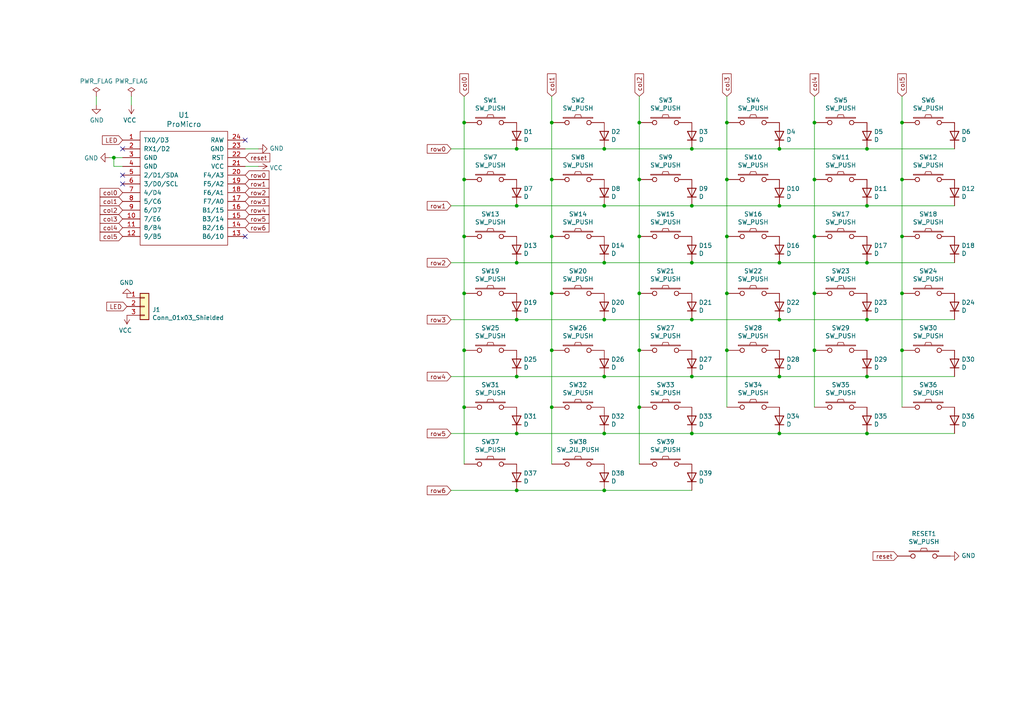
<source format=kicad_sch>
(kicad_sch (version 20230121) (generator eeschema)
  (paper "A4")
  (title_block (title "Reviung39s") (date "2019-09-11") (rev "1.1"))
  (lib_symbols
    (symbol "Connector_Generic:Conn_01x03" (pin_names (offset 1.016) hide)
      (property "Reference" "J" (at 0 5.08 0))
      (property "Value" "Conn_01x03" (at 0 -5.08 0))
      (symbol "Conn_01x03_1_1"
        (rectangle (start -1.27 -2.413) (end 0 -2.667) (stroke (width 0.1524)))
        (rectangle (start -1.27 0.127) (end 0 -0.127) (stroke (width 0.1524)))
        (rectangle (start -1.27 2.667) (end 0 2.413) (stroke (width 0.1524)))
        (rectangle (start -1.27 3.81) (end 1.27 -3.81) (stroke (width 0.254)) (fill (type background)))
        (pin passive line (at -5.08 2.54 0) (length 3.81) (name "Pin_1") (number "1"))
        (pin passive line (at -5.08 0 0) (length 3.81) (name "Pin_2") (number "2"))
        (pin passive line (at -5.08 -2.54 0) (length 3.81) (name "Pin_3") (number "3"))
      )
    )
    (symbol "Device:D" (pin_numbers hide) (pin_names (offset 1.016) hide)
      (property "Reference" "D" (at 0 2.54 0))
      (property "Value" "D" (at 0 -2.54 0))
      (symbol "D_0_1"
        (polyline (pts (xy -1.27 1.27) (xy -1.27 -1.27)) (stroke (width 0.254)))
        (polyline (pts (xy 1.27 0) (xy -1.27 0)))
        (polyline (pts (xy 1.27 1.27) (xy 1.27 -1.27) (xy -1.27 0) (xy 1.27 1.27)) (stroke (width 0.254)))
      )
      (symbol "D_1_1"
        (pin passive line (at -3.81 0 0) (length 2.54) (name "K") (number "1"))
        (pin passive line (at 3.81 0 180) (length 2.54) (name "A") (number "2"))
      )
    )
    (symbol "power:GND" (power) (pin_names (offset 0))
      (property "Value" "GND" (at 0 -3.81 0))
      (symbol "GND_0_1"
        (polyline (pts (xy 0 0) (xy 0 -1.27) (xy 1.27 -1.27) (xy 0 -2.54) (xy -1.27 -1.27) (xy 0 -1.27)))
      )
      (symbol "GND_1_1"
        (pin power_in line (at 0 0 270) (length 0) hide (name "GND") (number "1"))
      )
    )
    (symbol "power:PWR_FLAG" (power) (pin_numbers hide) (pin_names (offset 0) hide)
      (property "Value" "PWR_FLAG" (at 0 3.81 0))
      (symbol "PWR_FLAG_0_0"
        (pin power_out line (at 0 0 90) (length 0) (name "pwr") (number "1"))
      )
      (symbol "PWR_FLAG_0_1"
        (polyline (pts (xy 0 0) (xy 0 1.27) (xy -1.016 1.905) (xy 0 2.54) (xy 1.016 1.905) (xy 0 1.27)))
      )
    )
    (symbol "power:VCC" (power) (pin_names (offset 0))
      (property "Value" "VCC" (at 0 3.81 0))
      (symbol "VCC_0_1"
        (polyline (pts (xy -0.762 1.27) (xy 0 2.54)))
        (polyline (pts (xy 0 0) (xy 0 2.54)))
        (polyline (pts (xy 0 2.54) (xy 0.762 1.27)))
      )
      (symbol "VCC_1_1"
        (pin power_in line (at 0 0 90) (length 0) hide (name "VCC") (number "1"))
      )
    )
    (symbol "reviung39s-rescue:ProMicro-_reviung-kbd" (pin_names (offset 1.016))
      (property "Reference" "U" (at 0 24.13 0))
      (property "Value" "_reviung-kbd_ProMicro" (at 0 -13.97 0))
      (symbol "ProMicro-_reviung-kbd_0_1"
        (rectangle (start -12.7 21.59) (end 12.7 -11.43))
      )
      (symbol "ProMicro-_reviung-kbd_1_1"
        (pin bidirectional line (at -17.78 19.05 0) (length 5.08) (name "TX0/D3") (number "1"))
        (pin bidirectional line (at -17.78 -3.81 0) (length 5.08) (name "7/E6") (number "10"))
        (pin bidirectional line (at -17.78 -6.35 0) (length 5.08) (name "8/B4") (number "11"))
        (pin bidirectional line (at -17.78 -8.89 0) (length 5.08) (name "9/B5") (number "12"))
        (pin bidirectional line (at 17.78 -8.89 180) (length 5.08) (name "B6/10") (number "13"))
        (pin bidirectional line (at 17.78 -6.35 180) (length 5.08) (name "B2/16") (number "14"))
        (pin bidirectional line (at 17.78 -3.81 180) (length 5.08) (name "B3/14") (number "15"))
        (pin bidirectional line (at 17.78 -1.27 180) (length 5.08) (name "B1/15") (number "16"))
        (pin bidirectional line (at 17.78 1.27 180) (length 5.08) (name "F7/A0") (number "17"))
        (pin bidirectional line (at 17.78 3.81 180) (length 5.08) (name "F6/A1") (number "18"))
        (pin bidirectional line (at 17.78 6.35 180) (length 5.08) (name "F5/A2") (number "19"))
        (pin bidirectional line (at -17.78 16.51 0) (length 5.08) (name "RX1/D2") (number "2"))
        (pin bidirectional line (at 17.78 8.89 180) (length 5.08) (name "F4/A3") (number "20"))
        (pin power_in line (at 17.78 11.43 180) (length 5.08) (name "VCC") (number "21"))
        (pin input line (at 17.78 13.97 180) (length 5.08) (name "RST") (number "22"))
        (pin power_in line (at 17.78 16.51 180) (length 5.08) (name "GND") (number "23"))
        (pin power_out line (at 17.78 19.05 180) (length 5.08) (name "RAW") (number "24"))
        (pin power_in line (at -17.78 13.97 0) (length 5.08) (name "GND") (number "3"))
        (pin power_in line (at -17.78 11.43 0) (length 5.08) (name "GND") (number "4"))
        (pin bidirectional line (at -17.78 8.89 0) (length 5.08) (name "2/D1/SDA") (number "5"))
        (pin bidirectional line (at -17.78 6.35 0) (length 5.08) (name "3/D0/SCL") (number "6"))
        (pin bidirectional line (at -17.78 3.81 0) (length 5.08) (name "4/D4") (number "7"))
        (pin bidirectional line (at -17.78 1.27 0) (length 5.08) (name "5/C6") (number "8"))
        (pin bidirectional line (at -17.78 -1.27 0) (length 5.08) (name "6/D7") (number "9"))
      )
    )
    (symbol "reviung39s-rescue:SW_PUSH-_reviung-kbd" (pin_numbers hide) (pin_names (offset 1.016) hide)
      (property "Reference" "SW" (at 3.81 2.794 0))
      (property "Value" "_reviung-kbd_SW_PUSH" (at 0 -2.032 0))
      (symbol "SW_PUSH-_reviung-kbd_0_1"
        (rectangle (start -4.318 1.27) (end 4.318 1.524))
        (polyline (pts (xy -1.016 1.524) (xy -0.762 2.286) (xy 0.762 2.286) (xy 1.016 1.524)))
        (pin passive inverted (at -7.62 0 0) (length 5.08) (name "1") (number "1"))
        (pin passive inverted (at 7.62 0 180) (length 5.08) (name "2") (number "2"))
      )
    )
  )
  (junction (at 149.86 125.73))
  (junction (at 200.66 125.73))
  (junction (at 210.82 35.56))
  (junction (at 200.66 43.18))
  (junction (at 160.02 101.6))
  (junction (at 134.62 68.58))
  (junction (at 261.62 101.6))
  (junction (at 200.66 59.69))
  (junction (at 261.62 35.56))
  (junction (at 236.22 85.09))
  (junction (at 149.86 76.2))
  (junction (at 236.22 101.6))
  (junction (at 251.46 125.73))
  (junction (at 149.86 92.71))
  (junction (at 236.22 35.56))
  (junction (at 200.66 92.71))
  (junction (at 175.26 43.18))
  (junction (at 160.02 35.56))
  (junction (at 251.46 109.22))
  (junction (at 210.82 85.09))
  (junction (at 33.02 45.72))
  (junction (at 251.46 43.18))
  (junction (at 160.02 68.58))
  (junction (at 251.46 76.2))
  (junction (at 185.42 68.58))
  (junction (at 149.86 43.18))
  (junction (at 185.42 52.07))
  (junction (at 210.82 68.58))
  (junction (at 149.86 59.69))
  (junction (at 160.02 85.09))
  (junction (at 226.06 92.71))
  (junction (at 261.62 52.07))
  (junction (at 200.66 109.22))
  (junction (at 185.42 101.6))
  (junction (at 236.22 68.58))
  (junction (at 261.62 85.09))
  (junction (at 226.06 109.22))
  (junction (at 175.26 125.73))
  (junction (at 226.06 76.2))
  (junction (at 210.82 101.6))
  (junction (at 175.26 76.2))
  (junction (at 160.02 52.07))
  (junction (at 226.06 43.18))
  (junction (at 134.62 85.09))
  (junction (at 134.62 35.56))
  (junction (at 149.86 109.22))
  (junction (at 261.62 68.58))
  (junction (at 251.46 59.69))
  (junction (at 236.22 52.07))
  (junction (at 210.82 52.07))
  (junction (at 175.26 59.69))
  (junction (at 134.62 101.6))
  (junction (at 226.06 125.73))
  (junction (at 175.26 109.22))
  (junction (at 160.02 118.11))
  (junction (at 251.46 92.71))
  (junction (at 134.62 52.07))
  (junction (at 185.42 118.11))
  (junction (at 175.26 92.71))
  (junction (at 175.26 142.24))
  (junction (at 226.06 59.69))
  (junction (at 134.62 118.11))
  (junction (at 149.86 142.24))
  (junction (at 185.42 35.56))
  (junction (at 185.42 85.09))
  (junction (at 200.66 76.2))
  (no_connect (at 71.12 40.64))
  (no_connect (at 35.56 53.34))
  (no_connect (at 71.12 68.58))
  (no_connect (at 35.56 50.8))
  (no_connect (at 35.56 43.18))
  (wire (pts (xy 276.86 92.71) (xy 251.46 92.71)))
  (wire (pts (xy 175.26 59.69) (xy 200.66 59.69)))
  (wire (pts (xy 175.26 92.71) (xy 149.86 92.71)))
  (wire (pts (xy 200.66 43.18) (xy 175.26 43.18)))
  (wire (pts (xy 160.02 68.58) (xy 160.02 85.09)))
  (wire (pts (xy 261.62 85.09) (xy 261.62 101.6)))
  (wire (pts (xy 160.02 118.11) (xy 160.02 134.62)))
  (wire (pts (xy 134.62 27.94) (xy 134.62 35.56)))
  (wire (pts (xy 149.86 43.18) (xy 130.81 43.18)))
  (wire (pts (xy 175.26 125.73) (xy 149.86 125.73)))
  (wire (pts (xy 35.56 48.26) (xy 33.02 48.26)))
  (wire (pts (xy 134.62 35.56) (xy 134.62 52.07)))
  (wire (pts (xy 185.42 52.07) (xy 185.42 68.58)))
  (wire (pts (xy 185.42 68.58) (xy 185.42 85.09)))
  (wire (pts (xy 200.66 76.2) (xy 175.26 76.2)))
  (wire (pts (xy 134.62 101.6) (xy 134.62 118.11)))
  (wire (pts (xy 134.62 85.09) (xy 134.62 101.6)))
  (wire (pts (xy 210.82 52.07) (xy 210.82 68.58)))
  (wire (pts (xy 185.42 35.56) (xy 185.42 52.07)))
  (wire (pts (xy 276.86 43.18) (xy 251.46 43.18)))
  (wire (pts (xy 210.82 35.56) (xy 210.82 52.07)))
  (wire (pts (xy 236.22 35.56) (xy 236.22 52.07)))
  (wire (pts (xy 160.02 35.56) (xy 160.02 52.07)))
  (wire (pts (xy 185.42 27.94) (xy 185.42 35.56)))
  (wire (pts (xy 160.02 27.94) (xy 160.02 35.56)))
  (wire (pts (xy 160.02 85.09) (xy 160.02 101.6)))
  (wire (pts (xy 226.06 59.69) (xy 251.46 59.69)))
  (wire (pts (xy 38.1 27.94) (xy 38.1 30.48)))
  (wire (pts (xy 160.02 101.6) (xy 160.02 118.11)))
  (wire (pts (xy 33.02 45.72) (xy 31.75 45.72)))
  (wire (pts (xy 236.22 52.07) (xy 236.22 68.58)))
  (wire (pts (xy 226.06 92.71) (xy 200.66 92.71)))
  (wire (pts (xy 134.62 118.11) (xy 134.62 134.62)))
  (wire (pts (xy 134.62 52.07) (xy 134.62 68.58)))
  (wire (pts (xy 149.86 59.69) (xy 175.26 59.69)))
  (wire (pts (xy 251.46 92.71) (xy 226.06 92.71)))
  (wire (pts (xy 175.26 76.2) (xy 149.86 76.2)))
  (wire (pts (xy 210.82 101.6) (xy 210.82 118.11)))
  (wire (pts (xy 251.46 76.2) (xy 226.06 76.2)))
  (wire (pts (xy 200.66 59.69) (xy 226.06 59.69)))
  (wire (pts (xy 175.26 109.22) (xy 200.66 109.22)))
  (wire (pts (xy 149.86 109.22) (xy 175.26 109.22)))
  (wire (pts (xy 261.62 68.58) (xy 261.62 85.09)))
  (wire (pts (xy 226.06 43.18) (xy 200.66 43.18)))
  (wire (pts (xy 226.06 76.2) (xy 200.66 76.2)))
  (wire (pts (xy 149.86 125.73) (xy 130.81 125.73)))
  (wire (pts (xy 134.62 68.58) (xy 134.62 85.09)))
  (wire (pts (xy 200.66 125.73) (xy 175.26 125.73)))
  (wire (pts (xy 261.62 52.07) (xy 261.62 68.58)))
  (wire (pts (xy 149.86 142.24) (xy 175.26 142.24)))
  (wire (pts (xy 185.42 118.11) (xy 185.42 134.62)))
  (wire (pts (xy 149.86 76.2) (xy 130.81 76.2)))
  (wire (pts (xy 175.26 43.18) (xy 149.86 43.18)))
  (wire (pts (xy 35.56 45.72) (xy 33.02 45.72)))
  (wire (pts (xy 27.94 27.94) (xy 27.94 30.48)))
  (wire (pts (xy 261.62 35.56) (xy 261.62 52.07)))
  (wire (pts (xy 236.22 101.6) (xy 236.22 118.11)))
  (wire (pts (xy 33.02 48.26) (xy 33.02 45.72)))
  (wire (pts (xy 71.12 48.26) (xy 74.93 48.26)))
  (wire (pts (xy 130.81 59.69) (xy 149.86 59.69)))
  (wire (pts (xy 261.62 101.6) (xy 261.62 118.11)))
  (wire (pts (xy 276.86 125.73) (xy 251.46 125.73)))
  (wire (pts (xy 185.42 101.6) (xy 185.42 118.11)))
  (wire (pts (xy 251.46 59.69) (xy 276.86 59.69)))
  (wire (pts (xy 251.46 125.73) (xy 226.06 125.73)))
  (wire (pts (xy 160.02 52.07) (xy 160.02 68.58)))
  (wire (pts (xy 200.66 92.71) (xy 175.26 92.71)))
  (wire (pts (xy 251.46 43.18) (xy 226.06 43.18)))
  (wire (pts (xy 210.82 68.58) (xy 210.82 85.09)))
  (wire (pts (xy 175.26 142.24) (xy 200.66 142.24)))
  (wire (pts (xy 130.81 142.24) (xy 149.86 142.24)))
  (wire (pts (xy 226.06 125.73) (xy 200.66 125.73)))
  (wire (pts (xy 185.42 85.09) (xy 185.42 101.6)))
  (wire (pts (xy 71.12 43.18) (xy 74.93 43.18)))
  (wire (pts (xy 276.86 76.2) (xy 251.46 76.2)))
  (wire (pts (xy 200.66 109.22) (xy 226.06 109.22)))
  (wire (pts (xy 149.86 92.71) (xy 130.81 92.71)))
  (wire (pts (xy 236.22 27.94) (xy 236.22 35.56)))
  (wire (pts (xy 130.81 109.22) (xy 149.86 109.22)))
  (wire (pts (xy 210.82 85.09) (xy 210.82 101.6)))
  (wire (pts (xy 251.46 109.22) (xy 276.86 109.22)))
  (wire (pts (xy 236.22 85.09) (xy 236.22 101.6)))
  (wire (pts (xy 236.22 68.58) (xy 236.22 85.09)))
  (wire (pts (xy 261.62 27.94) (xy 261.62 35.56)))
  (wire (pts (xy 226.06 109.22) (xy 251.46 109.22)))
  (wire (pts (xy 210.82 27.94) (xy 210.82 35.56)))
  (global_label "col0" (shape input) (at 134.62 27.94 90) (property "Intersheetrefs" "${INTERSHEET_REFS}" (effects hide)))
  (global_label "reset" (shape input) (at 71.12 45.72 0) (property "Intersheetrefs" "${INTERSHEET_REFS}" (effects hide)))
  (global_label "row4" (shape input) (at 71.12 60.96 0) (property "Intersheetrefs" "${INTERSHEET_REFS}" (effects hide)))
  (global_label "row2" (shape input) (at 71.12 55.88 0) (property "Intersheetrefs" "${INTERSHEET_REFS}" (effects hide)))
  (global_label "col4" (shape input) (at 236.22 27.94 90) (property "Intersheetrefs" "${INTERSHEET_REFS}" (effects hide)))
  (global_label "row3" (shape input) (at 130.81 92.71 180) (property "Intersheetrefs" "${INTERSHEET_REFS}" (effects hide)))
  (global_label "row6" (shape input) (at 130.81 142.24 180) (property "Intersheetrefs" "${INTERSHEET_REFS}" (effects hide)))
  (global_label "col2" (shape input) (at 185.42 27.94 90) (property "Intersheetrefs" "${INTERSHEET_REFS}" (effects hide)))
  (global_label "col3" (shape input) (at 210.82 27.94 90) (property "Intersheetrefs" "${INTERSHEET_REFS}" (effects hide)))
  (global_label "col3" (shape input) (at 35.56 63.5 180) (property "Intersheetrefs" "${INTERSHEET_REFS}" (effects hide)))
  (global_label "LED" (shape input) (at 36.83 88.9 180) (property "Intersheetrefs" "${INTERSHEET_REFS}" (effects hide)))
  (global_label "row5" (shape input) (at 71.12 63.5 0) (property "Intersheetrefs" "${INTERSHEET_REFS}" (effects hide)))
  (global_label "col5" (shape input) (at 35.56 68.58 180) (property "Intersheetrefs" "${INTERSHEET_REFS}" (effects hide)))
  (global_label "reset" (shape input) (at 260.35 161.29 180) (property "Intersheetrefs" "${INTERSHEET_REFS}" (effects hide)))
  (global_label "row2" (shape input) (at 130.81 76.2 180) (property "Intersheetrefs" "${INTERSHEET_REFS}" (effects hide)))
  (global_label "LED" (shape input) (at 35.56 40.64 180) (property "Intersheetrefs" "${INTERSHEET_REFS}" (effects hide)))
  (global_label "row0" (shape input) (at 130.81 43.18 180) (property "Intersheetrefs" "${INTERSHEET_REFS}" (effects hide)))
  (global_label "col5" (shape input) (at 261.62 27.94 90) (property "Intersheetrefs" "${INTERSHEET_REFS}" (effects hide)))
  (global_label "col4" (shape input) (at 35.56 66.04 180) (property "Intersheetrefs" "${INTERSHEET_REFS}" (effects hide)))
  (global_label "row0" (shape input) (at 71.12 50.8 0) (property "Intersheetrefs" "${INTERSHEET_REFS}" (effects hide)))
  (global_label "col2" (shape input) (at 35.56 60.96 180) (property "Intersheetrefs" "${INTERSHEET_REFS}" (effects hide)))
  (global_label "row5" (shape input) (at 130.81 125.73 180) (property "Intersheetrefs" "${INTERSHEET_REFS}" (effects hide)))
  (global_label "col0" (shape input) (at 35.56 55.88 180) (property "Intersheetrefs" "${INTERSHEET_REFS}" (effects hide)))
  (global_label "col1" (shape input) (at 160.02 27.94 90) (property "Intersheetrefs" "${INTERSHEET_REFS}" (effects hide)))
  (global_label "col1" (shape input) (at 35.56 58.42 180) (property "Intersheetrefs" "${INTERSHEET_REFS}" (effects hide)))
  (global_label "row1" (shape input) (at 130.81 59.69 180) (property "Intersheetrefs" "${INTERSHEET_REFS}" (effects hide)))
  (global_label "row3" (shape input) (at 71.12 58.42 0) (property "Intersheetrefs" "${INTERSHEET_REFS}" (effects hide)))
  (global_label "row4" (shape input) (at 130.81 109.22 180) (property "Intersheetrefs" "${INTERSHEET_REFS}" (effects hide)))
  (global_label "row1" (shape input) (at 71.12 53.34 0) (property "Intersheetrefs" "${INTERSHEET_REFS}" (effects hide)))
  (global_label "row6" (shape input) (at 71.12 66.04 0) (property "Intersheetrefs" "${INTERSHEET_REFS}" (effects hide)))
  (symbol (lib_id "reviung39s-rescue:ProMicro-_reviung-kbd") (at 53.34 59.69 0) (unit 1)
    (property "Reference" "U1" (at 53.34 33.3502 0) (effects (font (size 1.524 1.524))))
    (property "Value" "ProMicro" (at 53.34 36.0426 0) (effects (font (size 1.524 1.524))))
    (property "Footprint" "_reviung-kbd:ProMicro" (effects hide))
  )
  (symbol (lib_id "power:VCC") (at 74.93 48.26 270) (unit 1)
    (property "Reference" "#PWR05" (effects hide))
    (property "Value" "VCC" (at 78.1812 48.6918 90) (effects (justify left)))
  )
  (symbol (lib_id "power:GND") (at 74.93 43.18 90) (unit 1)
    (property "Reference" "#PWR03" (effects hide))
    (property "Value" "GND" (at 78.1812 43.053 90) (effects (justify right)))
  )
  (symbol (lib_id "power:GND") (at 31.75 45.72 270) (unit 1)
    (property "Reference" "#PWR04" (effects hide))
    (property "Value" "GND" (at 28.4988 45.847 90) (effects (justify right)))
  )
  (symbol (lib_id "power:PWR_FLAG") (at 27.94 27.94 0) (unit 1)
    (property "Reference" "#FLG01" (effects hide))
    (property "Value" "PWR_FLAG" (at 27.94 23.5458 0))
  )
  (symbol (lib_id "power:GND") (at 27.94 30.48 0) (unit 1)
    (property "Reference" "#PWR01" (effects hide))
    (property "Value" "GND" (at 28.067 34.8742 0))
  )
  (symbol (lib_id "power:PWR_FLAG") (at 38.1 27.94 0) (unit 1)
    (property "Reference" "#FLG02" (effects hide))
    (property "Value" "PWR_FLAG" (at 38.1 23.5458 0))
  )
  (symbol (lib_id "power:VCC") (at 38.1 30.48 180) (unit 1)
    (property "Reference" "#PWR02" (effects hide))
    (property "Value" "VCC" (at 37.6428 34.8742 0))
  )
  (symbol (lib_id "reviung39s-rescue:SW_PUSH-_reviung-kbd") (at 142.24 35.56 0) (unit 1)
    (property "Reference" "SW1" (at 142.24 29.083 0))
    (property "Value" "SW_PUSH" (at 142.24 31.3944 0))
    (property "Footprint" "_reviung-kbd:MXOnly-1U-NoLED" (effects hide))
  )
  (symbol (lib_id "Device:D") (at 149.86 39.37 90) (unit 1)
    (property "Reference" "D1" (at 151.8666 38.2016 90) (effects (justify right)))
    (property "Value" "D" (at 151.8666 40.513 90) (effects (justify right)))
    (property "Footprint" "_reviung-kbd:D3_TH" (effects hide))
  )
  (symbol (lib_id "reviung39s-rescue:SW_PUSH-_reviung-kbd") (at 167.64 35.56 0) (unit 1)
    (property "Reference" "SW2" (at 167.64 29.083 0))
    (property "Value" "SW_PUSH" (at 167.64 31.3944 0))
    (property "Footprint" "_reviung-kbd:MXOnly-1U-NoLED" (effects hide))
  )
  (symbol (lib_id "Device:D") (at 175.26 39.37 90) (unit 1)
    (property "Reference" "D2" (at 177.2666 38.2016 90) (effects (justify right)))
    (property "Value" "D" (at 177.2666 40.513 90) (effects (justify right)))
    (property "Footprint" "_reviung-kbd:D3_TH" (effects hide))
  )
  (symbol (lib_id "reviung39s-rescue:SW_PUSH-_reviung-kbd") (at 193.04 35.56 0) (unit 1)
    (property "Reference" "SW3" (at 193.04 29.083 0))
    (property "Value" "SW_PUSH" (at 193.04 31.3944 0))
    (property "Footprint" "_reviung-kbd:MXOnly-1U-NoLED" (effects hide))
  )
  (symbol (lib_id "Device:D") (at 200.66 39.37 90) (unit 1)
    (property "Reference" "D3" (at 202.6666 38.2016 90) (effects (justify right)))
    (property "Value" "D" (at 202.6666 40.513 90) (effects (justify right)))
    (property "Footprint" "_reviung-kbd:D3_TH" (effects hide))
  )
  (symbol (lib_id "reviung39s-rescue:SW_PUSH-_reviung-kbd") (at 218.44 35.56 0) (unit 1)
    (property "Reference" "SW4" (at 218.44 29.083 0))
    (property "Value" "SW_PUSH" (at 218.44 31.3944 0))
    (property "Footprint" "_reviung-kbd:MXOnly-1U-NoLED" (effects hide))
  )
  (symbol (lib_id "Device:D") (at 226.06 39.37 90) (unit 1)
    (property "Reference" "D4" (at 228.0666 38.2016 90) (effects (justify right)))
    (property "Value" "D" (at 228.0666 40.513 90) (effects (justify right)))
    (property "Footprint" "_reviung-kbd:D3_TH" (effects hide))
  )
  (symbol (lib_id "reviung39s-rescue:SW_PUSH-_reviung-kbd") (at 243.84 35.56 0) (unit 1)
    (property "Reference" "SW5" (at 243.84 29.083 0))
    (property "Value" "SW_PUSH" (at 243.84 31.3944 0))
    (property "Footprint" "_reviung-kbd:MXOnly-1U-NoLED" (effects hide))
  )
  (symbol (lib_id "Device:D") (at 251.46 39.37 90) (unit 1)
    (property "Reference" "D5" (at 253.4666 38.2016 90) (effects (justify right)))
    (property "Value" "D" (at 253.4666 40.513 90) (effects (justify right)))
    (property "Footprint" "_reviung-kbd:D3_TH" (effects hide))
  )
  (symbol (lib_id "reviung39s-rescue:SW_PUSH-_reviung-kbd") (at 269.24 35.56 0) (unit 1)
    (property "Reference" "SW6" (at 269.24 29.083 0))
    (property "Value" "SW_PUSH" (at 269.24 31.3944 0))
    (property "Footprint" "_reviung-kbd:MXOnly-1U-NoLED" (effects hide))
  )
  (symbol (lib_id "Device:D") (at 276.86 39.37 90) (unit 1)
    (property "Reference" "D6" (at 278.8666 38.2016 90) (effects (justify right)))
    (property "Value" "D" (at 278.8666 40.513 90) (effects (justify right)))
    (property "Footprint" "_reviung-kbd:D3_TH" (effects hide))
  )
  (symbol (lib_id "reviung39s-rescue:SW_PUSH-_reviung-kbd") (at 142.24 52.07 0) (unit 1)
    (property "Reference" "SW7" (at 142.24 45.593 0))
    (property "Value" "SW_PUSH" (at 142.24 47.9044 0))
    (property "Footprint" "_reviung-kbd:MXOnly-1U-NoLED" (effects hide))
  )
  (symbol (lib_id "Device:D") (at 149.86 55.88 90) (unit 1)
    (property "Reference" "D7" (at 151.8666 54.7116 90) (effects (justify right)))
    (property "Value" "D" (at 151.8666 57.023 90) (effects (justify right)))
    (property "Footprint" "_reviung-kbd:D3_TH" (effects hide))
  )
  (symbol (lib_id "reviung39s-rescue:SW_PUSH-_reviung-kbd") (at 167.64 52.07 0) (unit 1)
    (property "Reference" "SW8" (at 167.64 45.593 0))
    (property "Value" "SW_PUSH" (at 167.64 47.9044 0))
    (property "Footprint" "_reviung-kbd:MXOnly-1U-NoLED" (effects hide))
  )
  (symbol (lib_id "Device:D") (at 175.26 55.88 90) (unit 1)
    (property "Reference" "D8" (at 177.2666 54.7116 90) (effects (justify right)))
    (property "Value" "D" (at 177.2666 57.023 90) (effects (justify right)))
    (property "Footprint" "_reviung-kbd:D3_TH" (effects hide))
  )
  (symbol (lib_id "reviung39s-rescue:SW_PUSH-_reviung-kbd") (at 193.04 52.07 0) (unit 1)
    (property "Reference" "SW9" (at 193.04 45.593 0))
    (property "Value" "SW_PUSH" (at 193.04 47.9044 0))
    (property "Footprint" "_reviung-kbd:MXOnly-1U-NoLED" (effects hide))
  )
  (symbol (lib_id "Device:D") (at 200.66 55.88 90) (unit 1)
    (property "Reference" "D9" (at 202.6666 54.7116 90) (effects (justify right)))
    (property "Value" "D" (at 202.6666 57.023 90) (effects (justify right)))
    (property "Footprint" "_reviung-kbd:D3_TH" (effects hide))
  )
  (symbol (lib_id "reviung39s-rescue:SW_PUSH-_reviung-kbd") (at 218.44 52.07 0) (unit 1)
    (property "Reference" "SW10" (at 218.44 45.593 0))
    (property "Value" "SW_PUSH" (at 218.44 47.9044 0))
    (property "Footprint" "_reviung-kbd:MXOnly-1U-NoLED" (effects hide))
  )
  (symbol (lib_id "Device:D") (at 226.06 55.88 90) (unit 1)
    (property "Reference" "D10" (at 228.0666 54.7116 90) (effects (justify right)))
    (property "Value" "D" (at 228.0666 57.023 90) (effects (justify right)))
    (property "Footprint" "_reviung-kbd:D3_TH" (effects hide))
  )
  (symbol (lib_id "reviung39s-rescue:SW_PUSH-_reviung-kbd") (at 243.84 52.07 0) (unit 1)
    (property "Reference" "SW11" (at 243.84 45.593 0))
    (property "Value" "SW_PUSH" (at 243.84 47.9044 0))
    (property "Footprint" "_reviung-kbd:MXOnly-1U-NoLED" (effects hide))
  )
  (symbol (lib_id "Device:D") (at 251.46 55.88 90) (unit 1)
    (property "Reference" "D11" (at 253.4666 54.7116 90) (effects (justify right)))
    (property "Value" "D" (at 253.4666 57.023 90) (effects (justify right)))
    (property "Footprint" "_reviung-kbd:D3_TH" (effects hide))
  )
  (symbol (lib_id "Device:D") (at 276.86 55.88 90) (unit 1)
    (property "Reference" "D12" (at 278.8666 54.7116 90) (effects (justify right)))
    (property "Value" "D" (at 278.8666 57.023 90) (effects (justify right)))
    (property "Footprint" "_reviung-kbd:D3_TH" (effects hide))
  )
  (symbol (lib_id "reviung39s-rescue:SW_PUSH-_reviung-kbd") (at 269.24 52.07 0) (unit 1)
    (property "Reference" "SW12" (at 269.24 45.593 0))
    (property "Value" "SW_PUSH" (at 269.24 47.9044 0))
    (property "Footprint" "_reviung-kbd:MXOnly-1U-NoLED" (effects hide))
  )
  (symbol (lib_id "reviung39s-rescue:SW_PUSH-_reviung-kbd") (at 142.24 68.58 0) (unit 1)
    (property "Reference" "SW13" (at 142.24 62.103 0))
    (property "Value" "SW_PUSH" (at 142.24 64.4144 0))
    (property "Footprint" "_reviung-kbd:MXOnly-1U-NoLED" (effects hide))
  )
  (symbol (lib_id "Device:D") (at 149.86 72.39 90) (unit 1)
    (property "Reference" "D13" (at 151.8666 71.2216 90) (effects (justify right)))
    (property "Value" "D" (at 151.8666 73.533 90) (effects (justify right)))
    (property "Footprint" "_reviung-kbd:D3_TH" (effects hide))
  )
  (symbol (lib_id "reviung39s-rescue:SW_PUSH-_reviung-kbd") (at 167.64 68.58 0) (unit 1)
    (property "Reference" "SW14" (at 167.64 62.103 0))
    (property "Value" "SW_PUSH" (at 167.64 64.4144 0))
    (property "Footprint" "_reviung-kbd:MXOnly-1U-NoLED" (effects hide))
  )
  (symbol (lib_id "Device:D") (at 175.26 72.39 90) (unit 1)
    (property "Reference" "D14" (at 177.2666 71.2216 90) (effects (justify right)))
    (property "Value" "D" (at 177.2666 73.533 90) (effects (justify right)))
    (property "Footprint" "_reviung-kbd:D3_TH" (effects hide))
  )
  (symbol (lib_id "reviung39s-rescue:SW_PUSH-_reviung-kbd") (at 193.04 68.58 0) (unit 1)
    (property "Reference" "SW15" (at 193.04 62.103 0))
    (property "Value" "SW_PUSH" (at 193.04 64.4144 0))
    (property "Footprint" "_reviung-kbd:MXOnly-1U-NoLED" (effects hide))
  )
  (symbol (lib_id "Device:D") (at 200.66 72.39 90) (unit 1)
    (property "Reference" "D15" (at 202.6666 71.2216 90) (effects (justify right)))
    (property "Value" "D" (at 202.6666 73.533 90) (effects (justify right)))
    (property "Footprint" "_reviung-kbd:D3_TH" (effects hide))
  )
  (symbol (lib_id "reviung39s-rescue:SW_PUSH-_reviung-kbd") (at 218.44 68.58 0) (unit 1)
    (property "Reference" "SW16" (at 218.44 62.103 0))
    (property "Value" "SW_PUSH" (at 218.44 64.4144 0))
    (property "Footprint" "_reviung-kbd:MXOnly-1U-NoLED" (effects hide))
  )
  (symbol (lib_id "Device:D") (at 226.06 72.39 90) (unit 1)
    (property "Reference" "D16" (at 228.0666 71.2216 90) (effects (justify right)))
    (property "Value" "D" (at 228.0666 73.533 90) (effects (justify right)))
    (property "Footprint" "_reviung-kbd:D3_TH" (effects hide))
  )
  (symbol (lib_id "reviung39s-rescue:SW_PUSH-_reviung-kbd") (at 243.84 68.58 0) (unit 1)
    (property "Reference" "SW17" (at 243.84 62.103 0))
    (property "Value" "SW_PUSH" (at 243.84 64.4144 0))
    (property "Footprint" "_reviung-kbd:MXOnly-1U-NoLED" (effects hide))
  )
  (symbol (lib_id "Device:D") (at 251.46 72.39 90) (unit 1)
    (property "Reference" "D17" (at 253.4666 71.2216 90) (effects (justify right)))
    (property "Value" "D" (at 253.4666 73.533 90) (effects (justify right)))
    (property "Footprint" "_reviung-kbd:D3_TH" (effects hide))
  )
  (symbol (lib_id "Device:D") (at 276.86 72.39 90) (unit 1)
    (property "Reference" "D18" (at 278.8666 71.2216 90) (effects (justify right)))
    (property "Value" "D" (at 278.8666 73.533 90) (effects (justify right)))
    (property "Footprint" "_reviung-kbd:D3_TH" (effects hide))
  )
  (symbol (lib_id "reviung39s-rescue:SW_PUSH-_reviung-kbd") (at 269.24 68.58 0) (unit 1)
    (property "Reference" "SW18" (at 269.24 62.103 0))
    (property "Value" "SW_PUSH" (at 269.24 64.4144 0))
    (property "Footprint" "_reviung-kbd:MXOnly-1U-NoLED" (effects hide))
  )
  (symbol (lib_id "reviung39s-rescue:SW_PUSH-_reviung-kbd") (at 142.24 85.09 0) (unit 1)
    (property "Reference" "SW19" (at 142.24 78.613 0))
    (property "Value" "SW_PUSH" (at 142.24 80.9244 0))
    (property "Footprint" "_reviung-kbd:MXOnly-1U-NoLED" (effects hide))
  )
  (symbol (lib_id "Device:D") (at 149.86 88.9 90) (unit 1)
    (property "Reference" "D19" (at 151.8666 87.7316 90) (effects (justify right)))
    (property "Value" "D" (at 151.8666 90.043 90) (effects (justify right)))
    (property "Footprint" "_reviung-kbd:D3_TH" (effects hide))
  )
  (symbol (lib_id "reviung39s-rescue:SW_PUSH-_reviung-kbd") (at 167.64 85.09 0) (unit 1)
    (property "Reference" "SW20" (at 167.64 78.613 0))
    (property "Value" "SW_PUSH" (at 167.64 80.9244 0))
    (property "Footprint" "_reviung-kbd:MXOnly-1U-NoLED" (effects hide))
  )
  (symbol (lib_id "Device:D") (at 175.26 88.9 90) (unit 1)
    (property "Reference" "D20" (at 177.2666 87.7316 90) (effects (justify right)))
    (property "Value" "D" (at 177.2666 90.043 90) (effects (justify right)))
    (property "Footprint" "_reviung-kbd:D3_TH" (effects hide))
  )
  (symbol (lib_id "reviung39s-rescue:SW_PUSH-_reviung-kbd") (at 193.04 85.09 0) (unit 1)
    (property "Reference" "SW21" (at 193.04 78.613 0))
    (property "Value" "SW_PUSH" (at 193.04 80.9244 0))
    (property "Footprint" "_reviung-kbd:MXOnly-1U-NoLED" (effects hide))
  )
  (symbol (lib_id "Device:D") (at 200.66 88.9 90) (unit 1)
    (property "Reference" "D21" (at 202.6666 87.7316 90) (effects (justify right)))
    (property "Value" "D" (at 202.6666 90.043 90) (effects (justify right)))
    (property "Footprint" "_reviung-kbd:D3_TH" (effects hide))
  )
  (symbol (lib_id "reviung39s-rescue:SW_PUSH-_reviung-kbd") (at 218.44 85.09 0) (unit 1)
    (property "Reference" "SW22" (at 218.44 78.613 0))
    (property "Value" "SW_PUSH" (at 218.44 80.9244 0))
    (property "Footprint" "_reviung-kbd:MXOnly-1U-NoLED" (effects hide))
  )
  (symbol (lib_id "Device:D") (at 226.06 88.9 90) (unit 1)
    (property "Reference" "D22" (at 228.0666 87.7316 90) (effects (justify right)))
    (property "Value" "D" (at 228.0666 90.043 90) (effects (justify right)))
    (property "Footprint" "_reviung-kbd:D3_TH" (effects hide))
  )
  (symbol (lib_id "reviung39s-rescue:SW_PUSH-_reviung-kbd") (at 243.84 85.09 0) (unit 1)
    (property "Reference" "SW23" (at 243.84 78.613 0))
    (property "Value" "SW_PUSH" (at 243.84 80.9244 0))
    (property "Footprint" "_reviung-kbd:MXOnly-1U-NoLED" (effects hide))
  )
  (symbol (lib_id "Device:D") (at 251.46 88.9 90) (unit 1)
    (property "Reference" "D23" (at 253.4666 87.7316 90) (effects (justify right)))
    (property "Value" "D" (at 253.4666 90.043 90) (effects (justify right)))
    (property "Footprint" "_reviung-kbd:D3_TH" (effects hide))
  )
  (symbol (lib_id "Device:D") (at 276.86 88.9 90) (unit 1)
    (property "Reference" "D24" (at 278.8666 87.7316 90) (effects (justify right)))
    (property "Value" "D" (at 278.8666 90.043 90) (effects (justify right)))
    (property "Footprint" "_reviung-kbd:D3_TH" (effects hide))
  )
  (symbol (lib_id "reviung39s-rescue:SW_PUSH-_reviung-kbd") (at 269.24 85.09 0) (unit 1)
    (property "Reference" "SW24" (at 269.24 78.613 0))
    (property "Value" "SW_PUSH" (at 269.24 80.9244 0))
    (property "Footprint" "_reviung-kbd:MXOnly-1U-NoLED" (effects hide))
  )
  (symbol (lib_id "reviung39s-rescue:SW_PUSH-_reviung-kbd") (at 142.24 101.6 0) (unit 1)
    (property "Reference" "SW25" (at 142.24 95.123 0))
    (property "Value" "SW_PUSH" (at 142.24 97.4344 0))
    (property "Footprint" "_reviung-kbd:MXOnly-1U-NoLED" (effects hide))
  )
  (symbol (lib_id "Device:D") (at 149.86 105.41 90) (unit 1)
    (property "Reference" "D25" (at 151.8666 104.2416 90) (effects (justify right)))
    (property "Value" "D" (at 151.8666 106.553 90) (effects (justify right)))
    (property "Footprint" "_reviung-kbd:D3_TH" (effects hide))
  )
  (symbol (lib_id "reviung39s-rescue:SW_PUSH-_reviung-kbd") (at 167.64 101.6 0) (unit 1)
    (property "Reference" "SW26" (at 167.64 95.123 0))
    (property "Value" "SW_PUSH" (at 167.64 97.4344 0))
    (property "Footprint" "_reviung-kbd:MXOnly-1U-NoLED" (effects hide))
  )
  (symbol (lib_id "Device:D") (at 175.26 105.41 90) (unit 1)
    (property "Reference" "D26" (at 177.2666 104.2416 90) (effects (justify right)))
    (property "Value" "D" (at 177.2666 106.553 90) (effects (justify right)))
    (property "Footprint" "_reviung-kbd:D3_TH" (effects hide))
  )
  (symbol (lib_id "reviung39s-rescue:SW_PUSH-_reviung-kbd") (at 193.04 101.6 0) (unit 1)
    (property "Reference" "SW27" (at 193.04 95.123 0))
    (property "Value" "SW_PUSH" (at 193.04 97.4344 0))
    (property "Footprint" "_reviung-kbd:MXOnly-1U-NoLED" (effects hide))
  )
  (symbol (lib_id "Device:D") (at 200.66 105.41 90) (unit 1)
    (property "Reference" "D27" (at 202.6666 104.2416 90) (effects (justify right)))
    (property "Value" "D" (at 202.6666 106.553 90) (effects (justify right)))
    (property "Footprint" "_reviung-kbd:D3_TH" (effects hide))
  )
  (symbol (lib_id "reviung39s-rescue:SW_PUSH-_reviung-kbd") (at 218.44 101.6 0) (unit 1)
    (property "Reference" "SW28" (at 218.44 95.123 0))
    (property "Value" "SW_PUSH" (at 218.44 97.4344 0))
    (property "Footprint" "_reviung-kbd:MXOnly-1U-NoLED" (effects hide))
  )
  (symbol (lib_id "Device:D") (at 226.06 105.41 90) (unit 1)
    (property "Reference" "D28" (at 228.0666 104.2416 90) (effects (justify right)))
    (property "Value" "D" (at 228.0666 106.553 90) (effects (justify right)))
    (property "Footprint" "_reviung-kbd:D3_TH" (effects hide))
  )
  (symbol (lib_id "reviung39s-rescue:SW_PUSH-_reviung-kbd") (at 243.84 101.6 0) (unit 1)
    (property "Reference" "SW29" (at 243.84 95.123 0))
    (property "Value" "SW_PUSH" (at 243.84 97.4344 0))
    (property "Footprint" "_reviung-kbd:MXOnly-1U-NoLED" (effects hide))
  )
  (symbol (lib_id "Device:D") (at 251.46 105.41 90) (unit 1)
    (property "Reference" "D29" (at 253.4666 104.2416 90) (effects (justify right)))
    (property "Value" "D" (at 253.4666 106.553 90) (effects (justify right)))
    (property "Footprint" "_reviung-kbd:D3_TH" (effects hide))
  )
  (symbol (lib_id "Device:D") (at 276.86 105.41 90) (unit 1)
    (property "Reference" "D30" (at 278.8666 104.2416 90) (effects (justify right)))
    (property "Value" "D" (at 278.8666 106.553 90) (effects (justify right)))
    (property "Footprint" "_reviung-kbd:D3_TH" (effects hide))
  )
  (symbol (lib_id "reviung39s-rescue:SW_PUSH-_reviung-kbd") (at 269.24 101.6 0) (unit 1)
    (property "Reference" "SW30" (at 269.24 95.123 0))
    (property "Value" "SW_PUSH" (at 269.24 97.4344 0))
    (property "Footprint" "_reviung-kbd:MXOnly-1U-NoLED" (effects hide))
  )
  (symbol (lib_id "reviung39s-rescue:SW_PUSH-_reviung-kbd") (at 142.24 118.11 0) (unit 1)
    (property "Reference" "SW31" (at 142.24 111.633 0))
    (property "Value" "SW_PUSH" (at 142.24 113.9444 0))
    (property "Footprint" "_reviung-kbd:MXOnly-1U-NoLED" (effects hide))
  )
  (symbol (lib_id "Device:D") (at 149.86 121.92 90) (unit 1)
    (property "Reference" "D31" (at 151.8666 120.7516 90) (effects (justify right)))
    (property "Value" "D" (at 151.8666 123.063 90) (effects (justify right)))
    (property "Footprint" "_reviung-kbd:D3_TH" (effects hide))
  )
  (symbol (lib_id "reviung39s-rescue:SW_PUSH-_reviung-kbd") (at 167.64 118.11 0) (unit 1)
    (property "Reference" "SW32" (at 167.64 111.633 0))
    (property "Value" "SW_PUSH" (at 167.64 113.9444 0))
    (property "Footprint" "_reviung-kbd:MXOnly-1U-NoLED" (effects hide))
  )
  (symbol (lib_id "Device:D") (at 175.26 121.92 90) (unit 1)
    (property "Reference" "D32" (at 177.2666 120.7516 90) (effects (justify right)))
    (property "Value" "D" (at 177.2666 123.063 90) (effects (justify right)))
    (property "Footprint" "_reviung-kbd:D3_TH" (effects hide))
  )
  (symbol (lib_id "reviung39s-rescue:SW_PUSH-_reviung-kbd") (at 193.04 118.11 0) (unit 1)
    (property "Reference" "SW33" (at 193.04 111.633 0))
    (property "Value" "SW_PUSH" (at 193.04 113.9444 0))
    (property "Footprint" "_reviung-kbd:MXOnly-1U-NoLED" (effects hide))
  )
  (symbol (lib_id "Device:D") (at 200.66 121.92 90) (unit 1)
    (property "Reference" "D33" (at 202.6666 120.7516 90) (effects (justify right)))
    (property "Value" "D" (at 202.6666 123.063 90) (effects (justify right)))
    (property "Footprint" "_reviung-kbd:D3_TH" (effects hide))
  )
  (symbol (lib_id "reviung39s-rescue:SW_PUSH-_reviung-kbd") (at 218.44 118.11 0) (unit 1)
    (property "Reference" "SW34" (at 218.44 111.633 0))
    (property "Value" "SW_PUSH" (at 218.44 113.9444 0))
    (property "Footprint" "_reviung-kbd:MXOnly-1U-NoLED" (effects hide))
  )
  (symbol (lib_id "Device:D") (at 226.06 121.92 90) (unit 1)
    (property "Reference" "D34" (at 228.0666 120.7516 90) (effects (justify right)))
    (property "Value" "D" (at 228.0666 123.063 90) (effects (justify right)))
    (property "Footprint" "_reviung-kbd:D3_TH" (effects hide))
  )
  (symbol (lib_id "reviung39s-rescue:SW_PUSH-_reviung-kbd") (at 243.84 118.11 0) (unit 1)
    (property "Reference" "SW35" (at 243.84 111.633 0))
    (property "Value" "SW_PUSH" (at 243.84 113.9444 0))
    (property "Footprint" "_reviung-kbd:MXOnly-1U-NoLED" (effects hide))
  )
  (symbol (lib_id "Device:D") (at 251.46 121.92 90) (unit 1)
    (property "Reference" "D35" (at 253.4666 120.7516 90) (effects (justify right)))
    (property "Value" "D" (at 253.4666 123.063 90) (effects (justify right)))
    (property "Footprint" "_reviung-kbd:D3_TH" (effects hide))
  )
  (symbol (lib_id "Device:D") (at 276.86 121.92 90) (unit 1)
    (property "Reference" "D36" (at 278.8666 120.7516 90) (effects (justify right)))
    (property "Value" "D" (at 278.8666 123.063 90) (effects (justify right)))
    (property "Footprint" "_reviung-kbd:D3_TH" (effects hide))
  )
  (symbol (lib_id "reviung39s-rescue:SW_PUSH-_reviung-kbd") (at 269.24 118.11 0) (unit 1)
    (property "Reference" "SW36" (at 269.24 111.633 0))
    (property "Value" "SW_PUSH" (at 269.24 113.9444 0))
    (property "Footprint" "_reviung-kbd:MXOnly-1U-NoLED" (effects hide))
  )
  (symbol (lib_id "reviung39s-rescue:SW_PUSH-_reviung-kbd") (at 142.24 134.62 0) (unit 1)
    (property "Reference" "SW37" (at 142.24 128.143 0))
    (property "Value" "SW_PUSH" (at 142.24 130.4544 0))
    (property "Footprint" "_reviung-kbd:MXOnly-1U-NoLED" (effects hide))
  )
  (symbol (lib_id "Device:D") (at 149.86 138.43 90) (unit 1)
    (property "Reference" "D37" (at 151.8666 137.2616 90) (effects (justify right)))
    (property "Value" "D" (at 151.8666 139.573 90) (effects (justify right)))
    (property "Footprint" "_reviung-kbd:D3_TH" (effects hide))
  )
  (symbol (lib_id "reviung39s-rescue:SW_PUSH-_reviung-kbd") (at 167.64 134.62 0) (unit 1)
    (property "Reference" "SW38" (at 167.64 128.143 0))
    (property "Value" "SW_2U_PUSH" (at 167.64 130.4544 0))
    (property "Footprint" "_reviung-kbd:MXOnly-2.25U-ReversedStabilizers-NoLED" (effects hide))
  )
  (symbol (lib_id "Device:D") (at 175.26 138.43 90) (unit 1)
    (property "Reference" "D38" (at 177.2666 137.2616 90) (effects (justify right)))
    (property "Value" "D" (at 177.2666 139.573 90) (effects (justify right)))
    (property "Footprint" "_reviung-kbd:D3_TH" (effects hide))
  )
  (symbol (lib_id "reviung39s-rescue:SW_PUSH-_reviung-kbd") (at 193.04 134.62 0) (unit 1)
    (property "Reference" "SW39" (at 193.04 128.143 0))
    (property "Value" "SW_PUSH" (at 193.04 130.4544 0))
    (property "Footprint" "_reviung-kbd:MXOnly-1U-NoLED" (effects hide))
  )
  (symbol (lib_id "Device:D") (at 200.66 138.43 90) (unit 1)
    (property "Reference" "D39" (at 202.6666 137.2616 90) (effects (justify right)))
    (property "Value" "D" (at 202.6666 139.573 90) (effects (justify right)))
    (property "Footprint" "_reviung-kbd:D3_TH" (effects hide))
  )
  (symbol (lib_id "reviung39s-rescue:SW_PUSH-_reviung-kbd") (at 267.97 161.29 0) (unit 1)
    (property "Reference" "RESET1" (at 267.97 154.813 0))
    (property "Value" "SW_PUSH" (at 267.97 157.1244 0))
    (property "Footprint" "_reviung-kbd:ResetSW_1side" (effects hide))
  )
  (symbol (lib_id "power:GND") (at 275.59 161.29 90) (unit 1)
    (property "Reference" "#PWR06" (effects hide))
    (property "Value" "GND" (at 278.8412 161.163 90) (effects (justify right)))
  )
  (symbol (lib_id "Connector_Generic:Conn_01x03") (at 41.91 88.9 0) (unit 1)
    (property "Reference" "J1" (at 44.1452 89.8398 0) (effects (justify left)))
    (property "Value" "Conn_01x03_Shielded" (at 44.1452 92.1512 0) (effects (justify left)))
    (property "Footprint" "_reviung-kbd:StripLED_1side" (effects hide))
  )
  (symbol (lib_id "power:GND") (at 36.83 86.36 180) (unit 1)
    (property "Reference" "#PWR0101" (effects hide))
    (property "Value" "GND" (at 36.703 81.9658 0))
  )
  (symbol (lib_id "power:VCC") (at 36.83 91.44 180) (unit 1)
    (property "Reference" "#PWR0102" (effects hide))
    (property "Value" "VCC" (at 36.3728 95.8342 0))
  )
)
</source>
